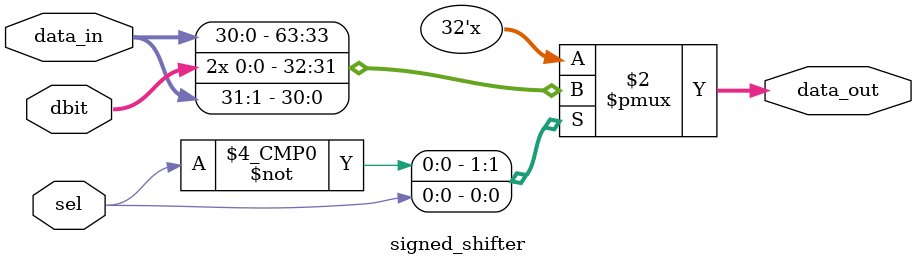
<source format=v>
`timescale 1ns / 1ps


`timescale 1ns / 1ps
//////////////////////////////////////////////////////////////////////////////////
// Company: 
// Engineer: Filippo Cheein
// 
// Create Date: 07/23/2021 03:27:30 PM
// Design Name:
// Module Name: Signed_Shifter
// Project Name: Runge-Kutta
// Target Devices: Basys 3
// Tool Versions: 
// Description: 
// shifter take sign ointo account when shifting
// 
// instantiation
// usr_nb(.data_in(), .dbit(), .sel(), .clk(), .clr(), .data_out());
//
// mult by 2: signed_shifter(.data_in(in), .dbit(sign_flag), .sel(0), .data_out(out));
// divide by 2: signed_shifter(.data_in(in), .dbit(sign_flag), .sel(1), .data_out(out));
//

module signed_shifter(data_in, dbit, sel, data_out); 
    
    parameter n = 32; 
    input  signed [n-1:0] data_in; 
    input  dbit; 
    input  sel; 
    output reg signed [n-1:0] data_out; 
    
    always @(data_in, sel)
    begin 
           case (sel) 
              0: data_out = {data_in[n-2:0],dbit};  // shift left - multiply
              1: data_out = {dbit,data_in[n-1:1]};  // shift right - divider
              default data_out = 0; 
           endcase 
    end
    
endmodule
</source>
